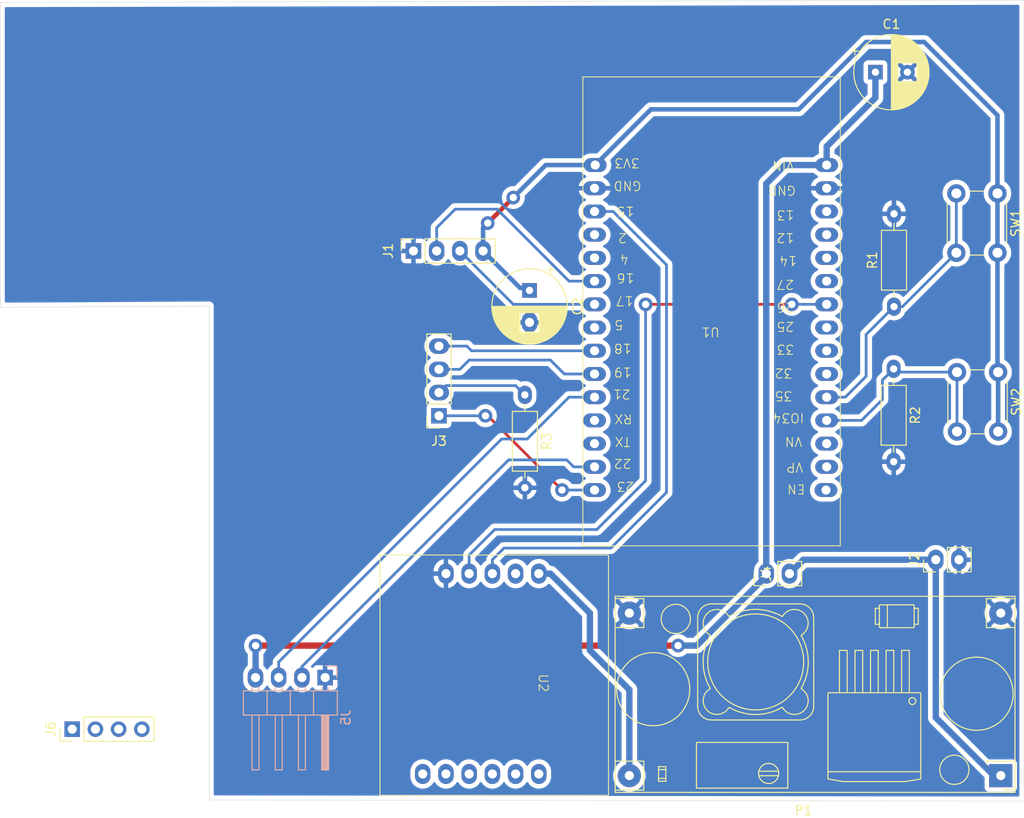
<source format=kicad_pcb>
(kicad_pcb (version 20240108) (generator "pcbnew") (generator_version "8.0")
  (layers (0 "F.Cu" signal) (31 "B.Cu" signal) (34 "B.Paste" user) (35 "F.Paste" user) (36 "B.SilkS" user "B.Silkscreen") (37 "F.SilkS" user "F.Silkscreen") (38 "B.Mask" user) (39 "F.Mask" user) (44 "Edge.Cuts" user))
  (net 0 "")
  (net 1 "GND")
  (net 2 "/POWER")
  (net 3 "+3V3")
  (net 4 "/TXGPS")
  (net 5 "/RXGPS")
  (net 6 "+7.5V")
  (net 7 "Net-(J3-Pin_2)")
  (net 8 "/BLUE")
  (net 9 "/RED")
  (net 10 "/GREEN")
  (net 11 "/DISP_SDA")
  (net 12 "/DISP_SCL")
  (net 13 "+4V")
  (net 14 "/PANIC")
  (net 15 "/TERMINATE")
  (net 17 "/RXGSM")
  (net 38 "/TXGSM")
  (footprint "Resistor_THT:R_Axial_DIN0207_L6.3mm_D2.5mm_P10.16mm_Horizontal" (layer "F.Cu") (at 172.72 109.22 90)
    (property "Reference" "R1")
    (property "Value" "10K")
  )
  (footprint "symbols_footprint:esp32 dev board" (layer "F.Cu") (at 152.654 111.506 180)
    (property "Reference" "U1")
    (property "Value" "ESP32-WROOM-32E-N8R2")
  )
  (footprint "Connector_PinHeader_2.54mm:PinHeader_1x02_P2.54mm_Vertical" (layer "F.Cu") (at 158.745 138.43 90)
    (property "Reference" "J4")
    (property "Value" "JUMPER")
  )
  (footprint "Connector_PinSocket_2.54mm:PinSocket_1x04_P2.54mm_Vertical" (layer "F.Cu") (at 122.936 121.158 180)
    (property "Reference" "J3")
    (property "Value" "RGB")
  )
  (footprint "Connector_PinHeader_2.54mm:PinHeader_1x02_P2.54mm_Vertical" (layer "F.Cu") (at 177.292 136.906 90)
    (property "Reference" "J2")
    (property "Value" "BATTERY")
  )
  (footprint "Button_Switch_THT:SW_PUSH_6mm" (layer "F.Cu") (at 184.042 96.826 -90)
    (property "Reference" "SW1")
    (property "Value" "SW_Push")
  )
  (footprint "Connector_PinHeader_2.54mm:PinHeader_1x04_P2.54mm_Vertical" (layer "F.Cu") (at 82.804 155.448 90)
    (property "Reference" "J6")
    (property "Value" "Conn_01x04_Pin")
  )
  (footprint "Resistor_THT:R_Axial_DIN0207_L6.3mm_D2.5mm_P10.16mm_Horizontal" (layer "F.Cu") (at 172.684 116.026 -90)
    (property "Reference" "R2")
    (property "Value" "10K")
  )
  (footprint "Capacitor_THT:CP_Radial_D8.0mm_P3.50mm" (layer "F.Cu") (at 170.688 83.566)
    (property "Reference" "C1")
    (property "Value" "C")
  )
  (footprint "Button_Switch_THT:SW_PUSH_6mm" (layer "F.Cu") (at 184.114 116.384 -90)
    (property "Reference" "SW2")
    (property "Value" "SW_Push")
  )
  (footprint "DCDC_BUCK:dcdc_buck_lm2596_module" (layer "F.Cu") (at 184.404 160.528 180)
    (property "Reference" "P1")
    (property "Value" "~")
  )
  (footprint "symbols_footprint:sim800l" (layer "F.Cu") (at 133.858 150.39 -90)
    (property "Reference" "U2")
    (property "Value" "~")
  )
  (footprint "Resistor_THT:R_Axial_DIN0207_L6.3mm_D2.5mm_P10.16mm_Horizontal" (layer "F.Cu") (at 132.334 118.872 -90)
    (property "Reference" "R3")
    (property "Value" "10K")
  )
  (footprint "Connector_PinSocket_2.54mm:PinSocket_1x04_P2.54mm_Vertical" (layer "F.Cu") (at 120.142 103.124 90)
    (property "Reference" "J1")
    (property "Value" "NEO 6M GSM MODULE")
  )
  (footprint "Capacitor_THT:CP_Radial_D8.0mm_P3.50mm" (layer "F.Cu") (at 132.842 107.442 -90)
    (property "Reference" "C2")
    (property "Value" "C")
  )
  (footprint "Connector_PinHeader_2.54mm:PinHeader_1x04_P2.54mm_Horizontal" (layer "B.Cu") (at 110.48 158.003 90)
    (property "Reference" "J5")
    (property "Value" "DISPLAY")
  )
  (gr_line (start 97.79 109.1565) (end 97.79 163.195) (stroke (width 0.05)) (layer "Edge.Cuts"))
  (gr_line (start 74.93 75.946) (end 74.93 109.2835) (stroke (width 0.05)) (layer "Edge.Cuts"))
  (gr_line (start 186.944 75.692) (end 74.93 75.946) (stroke (width 0.05)) (layer "Edge.Cuts"))
  (gr_line (start 97.79 163.195) (end 186.944 163.322) (stroke (width 0.05)) (layer "Edge.Cuts"))
  (gr_line (start 186.944 163.322) (end 186.944 75.692) (stroke (width 0.05)) (layer "Edge.Cuts"))
  (gr_line (start 74.93 109.2835) (end 97.79 109.1565) (stroke (width 0.05)) (layer "Edge.Cuts"))
  (segment (start 149.098 146.304) (end 102.87 146.304) (width 0.7) (layer "F.Cu") (net 2))
  (via (at 149.098 146.304) (size 1.5) (drill 0.8) (layers "F.Cu" "B.Cu") (net 2))
  (via (at 102.87 146.304) (size 1.5) (drill 0.8) (layers "F.Cu" "B.Cu") (net 2))
  (segment (start 102.87 146.304) (end 102.87 149.793) (width 0.7) (layer "B.Cu") (net 2))
  (segment (start 158.745 138.689) (end 158.745 138.43) (width 0.7) (layer "B.Cu") (net 2))
  (segment (start 158.745 138.43) (end 158.745 95.763) (width 0.7) (layer "B.Cu") (net 2))
  (segment (start 102.87 149.793) (end 102.86 149.803) (width 0.7) (layer "B.Cu") (net 2))
  (segment (start 158.745 95.763) (end 160.782 93.726) (width 0.7) (layer "B.Cu") (net 2))
  (segment (start 149.098 146.304) (end 151.13 146.304) (width 0.7) (layer "B.Cu") (net 2))
  (segment (start 160.782 93.726) (end 165.354 93.726) (width 0.7) (layer "B.Cu") (net 2))
  (segment (start 165.354 91.694) (end 170.688 86.36) (width 0.7) (layer "B.Cu") (net 2))
  (segment (start 170.688 86.36) (end 170.688 83.566) (width 0.7) (layer "B.Cu") (net 2))
  (segment (start 151.13 146.304) (end 158.745 138.689) (width 0.7) (layer "B.Cu") (net 2))
  (segment (start 165.354 93.726) (end 165.354 91.694) (width 0.7) (layer "B.Cu") (net 2))
  (segment (start 128.27 100.076) (end 131.064 97.282) (width 0.5) (layer "F.Cu") (net 3))
  (via (at 128.27 100.076) (size 1.5) (drill 0.8) (layers "F.Cu" "B.Cu") (net 3))
  (via (at 131.064 97.282) (size 1.5) (drill 0.8) (layers "F.Cu" "B.Cu") (net 3))
  (segment (start 169.672 80.264) (end 176.022 80.264) (width 0.5) (layer "B.Cu") (net 3))
  (segment (start 184.042 116.312) (end 184.114 116.384) (width 0.5) (layer "B.Cu") (net 3))
  (segment (start 184.042 88.284) (end 184.042 96.826) (width 0.5) (layer "B.Cu") (net 3))
  (segment (start 127.762 103.124) (end 131.800386 107.162386) (width 0.5) (layer "B.Cu") (net 3))
  (segment (start 184.042 103.326) (end 184.042 116.312) (width 0.5) (layer "B.Cu") (net 3))
  (segment (start 127.762 100.584) (end 128.27 100.076) (width 0.5) (layer "B.Cu") (net 3))
  (segment (start 127.762 103.124) (end 127.762 100.584) (width 0.5) (layer "B.Cu") (net 3))
  (segment (start 131.064 97.282) (end 134.62 93.726) (width 0.5) (layer "B.Cu") (net 3))
  (segment (start 134.62 93.726) (end 140.029 93.726) (width 0.5) (layer "B.Cu") (net 3))
  (segment (start 131.800386 107.162386) (end 132.67547 107.162386) (width 0.5) (layer "B.Cu") (net 3))
  (segment (start 140.029 93.726) (end 146.125 87.63) (width 0.5) (layer "B.Cu") (net 3))
  (segment (start 184.114 116.384) (end 184.114 122.884) (width 0.5) (layer "B.Cu") (net 3))
  (segment (start 146.125 87.63) (end 162.306 87.63) (width 0.5) (layer "B.Cu") (net 3))
  (segment (start 162.306 87.63) (end 169.672 80.264) (width 0.5) (layer "B.Cu") (net 3))
  (segment (start 184.042 96.826) (end 184.042 103.326) (width 0.5) (layer "B.Cu") (net 3))
  (segment (start 176.022 80.264) (end 184.042 88.284) (width 0.5) (layer "B.Cu") (net 3))
  (segment (start 137.16 106.426) (end 139.954 106.426) (width 0.3) (layer "B.Cu") (net 4))
  (segment (start 122.682 100.584) (end 124.714 98.552) (width 0.3) (layer "B.Cu") (net 4))
  (segment (start 122.682 103.124) (end 122.682 100.584) (width 0.3) (layer "B.Cu") (net 4))
  (segment (start 129.286 98.552) (end 137.16 106.426) (width 0.3) (layer "B.Cu") (net 4))
  (segment (start 124.714 98.552) (end 129.286 98.552) (width 0.3) (layer "B.Cu") (net 4))
  (segment (start 125.222 103.124) (end 131.064 108.966) (width 0.3) (layer "B.Cu") (net 5))
  (segment (start 131.064 108.966) (end 139.954 108.966) (width 0.3) (layer "B.Cu") (net 5))
  (segment (start 177.292 154.178) (end 183.642 160.528) (width 0.7) (layer "B.Cu") (net 6))
  (segment (start 177.292 136.906) (end 177.292 154.178) (width 0.7) (layer "B.Cu") (net 6))
  (segment (start 183.642 160.528) (end 184.404 160.528) (width 0.7) (layer "B.Cu") (net 6))
  (segment (start 177.292 136.906) (end 162.809 136.906) (width 0.7) (layer "B.Cu") (net 6))
  (segment (start 184.277 160.401) (end 183.642 160.401) (width 0.7) (layer "B.Cu") (net 6))
  (segment (start 184.404 160.528) (end 184.277 160.401) (width 0.7) (layer "B.Cu") (net 6))
  (segment (start 162.809 136.906) (end 161.285 138.43) (width 0.7) (layer "B.Cu") (net 6))
  (segment (start 123.698 117.856) (end 131.318 117.856) (width 0.3) (layer "B.Cu") (net 7))
  (segment (start 122.936 118.618) (end 123.698 117.856) (width 0.3) (layer "B.Cu") (net 7))
  (segment (start 131.318 117.856) (end 132.334 118.872) (width 0.3) (layer "B.Cu") (net 7))
  (segment (start 122.936 113.538) (end 125.984 113.538) (width 0.3) (layer "B.Cu") (net 8))
  (segment (start 125.984 113.538) (end 126.492 114.046) (width 0.3) (layer "B.Cu") (net 8))
  (segment (start 126.492 114.046) (end 139.954 114.046) (width 0.3) (layer "B.Cu") (net 8))
  (segment (start 128.016 121.158) (end 128.27 121.158) (width 0.3) (layer "F.Cu") (net 9))
  (segment (start 128.27 121.158) (end 136.398 129.286) (width 0.3) (layer "F.Cu") (net 9))
  (via (at 136.398 129.286) (size 1.5) (drill 0.8) (layers "F.Cu" "B.Cu") (net 9))
  (via (at 128.016 121.158) (size 1.5) (drill 0.8) (layers "F.Cu" "B.Cu") (net 9))
  (segment (start 136.398 129.286) (end 139.954 129.286) (width 0.3) (layer "B.Cu") (net 9))
  (segment (start 122.936 121.158) (end 128.016 121.158) (width 0.3) (layer "B.Cu") (net 9))
  (segment (start 126.238 115.062) (end 135.128 115.062) (width 0.3) (layer "B.Cu") (net 10))
  (segment (start 136.652 116.586) (end 139.954 116.586) (width 0.3) (layer "B.Cu") (net 10))
  (segment (start 135.128 115.062) (end 136.652 116.586) (width 0.3) (layer "B.Cu") (net 10))
  (segment (start 122.936 116.078) (end 125.222 116.078) (width 0.3) (layer "B.Cu") (net 10))
  (segment (start 125.222 116.078) (end 126.238 115.062) (width 0.3) (layer "B.Cu") (net 10))
  (segment (start 136.906 125.984) (end 137.668 126.746) (width 0.3) (layer "B.Cu") (net 11))
  (segment (start 107.94 149.803) (end 107.94 148.6) (width 0.3) (layer "B.Cu") (net 11))
  (segment (start 107.94 148.6) (end 130.556 125.984) (width 0.3) (layer "B.Cu") (net 11))
  (segment (start 137.668 126.746) (end 139.954 126.746) (width 0.3) (layer "B.Cu") (net 11))
  (segment (start 130.556 125.984) (end 136.906 125.984) (width 0.3) (layer "B.Cu") (net 11))
  (segment (start 129.794 123.698) (end 132.588 123.698) (width 0.3) (layer "B.Cu") (net 12))
  (segment (start 105.4 148.092) (end 129.794 123.698) (width 0.3) (layer "B.Cu") (net 12))
  (segment (start 105.4 149.803) (end 105.4 148.092) (width 0.3) (layer "B.Cu") (net 12))
  (segment (start 132.588 123.698) (end 137.16 119.126) (width 0.3) (layer "B.Cu") (net 12))
  (segment (start 137.16 119.126) (end 139.954 119.126) (width 0.3) (layer "B.Cu") (net 12))
  (segment (start 143.764 151.13) (end 139.446 146.812) (width 0.7) (layer "B.Cu") (net 13))
  (segment (start 135.128 138.43) (end 133.858 138.43) (width 0.7) (layer "B.Cu") (net 13))
  (segment (start 139.446 146.812) (end 139.446 142.748) (width 0.7) (layer "B.Cu") (net 13))
  (segment (start 143.764 160.528) (end 143.764 151.13) (width 0.7) (layer "B.Cu") (net 13))
  (segment (start 139.446 142.748) (end 135.128 138.43) (width 0.7) (layer "B.Cu") (net 13))
  (segment (start 172.72 109.22) (end 169.672 112.268) (width 0.3) (layer "B.Cu") (net 14))
  (segment (start 179.542 103.326) (end 173.648 109.22) (width 0.3) (layer "B.Cu") (net 14))
  (segment (start 173.648 109.22) (end 172.72 109.22) (width 0.3) (layer "B.Cu") (net 14))
  (segment (start 179.542 96.826) (end 179.542 103.326) (width 0.3) (layer "B.Cu") (net 14))
  (segment (start 169.672 116.84) (end 167.386 119.126) (width 0.3) (layer "B.Cu") (net 14))
  (segment (start 167.386 119.126) (end 165.354 119.126) (width 0.3) (layer "B.Cu") (net 14))
  (segment (start 169.672 112.268) (end 169.672 116.84) (width 0.3) (layer "B.Cu") (net 14))
  (segment (start 173.042 116.384) (end 172.684 116.026) (width 0.3) (layer "B.Cu") (net 15))
  (segment (start 169.164 121.666) (end 165.354 121.666) (width 0.3) (layer "B.Cu") (net 15))
  (segment (start 179.614 122.884) (end 179.614 116.384) (width 0.3) (layer "B.Cu") (net 15))
  (segment (start 172.684 116.026) (end 171.45 117.26) (width 0.3) (layer "B.Cu") (net 15))
  (segment (start 171.45 117.26) (end 171.45 119.38) (width 0.3) (layer "B.Cu") (net 15))
  (segment (start 171.45 119.38) (end 169.164 121.666) (width 0.3) (layer "B.Cu") (net 15))
  (segment (start 179.614 116.384) (end 173.042 116.384) (width 0.3) (layer "B.Cu") (net 15))
  (segment (start 141.732 135.636) (end 147.828 129.54) (width 0.3) (layer "B.Cu") (net 17))
  (segment (start 147.828 104.648) (end 141.986 98.806) (width 0.3) (layer "B.Cu") (net 17))
  (segment (start 130.048 135.636) (end 141.732 135.636) (width 0.3) (layer "B.Cu") (net 17))
  (segment (start 141.986 98.806) (end 139.954 98.806) (width 0.3) (layer "B.Cu") (net 17))
  (segment (start 147.828 129.54) (end 147.828 104.648) (width 0.3) (layer "B.Cu") (net 17))
  (segment (start 128.778 136.906) (end 130.048 135.636) (width 0.3) (layer "B.Cu") (net 17))
  (segment (start 128.778 138.43) (end 128.778 136.906) (width 0.3) (layer "B.Cu") (net 17))
  (segment (start 145.542 108.966) (end 161.544 108.966) (width 0.3) (layer "F.Cu") (net 38))
  (via (at 161.544 108.966) (size 1.5) (drill 0.8) (layers "F.Cu" "B.Cu") (net 38))
  (via (at 145.542 108.966) (size 1.5) (drill 0.8) (layers "F.Cu" "B.Cu") (net 38))
  (segment (start 140.208 133.604) (end 145.542 128.27) (width 0.3) (layer "B.Cu") (net 38))
  (segment (start 145.542 128.27) (end 145.542 108.966) (width 0.3) (layer "B.Cu") (net 38))
  (segment (start 161.544 108.966) (end 165.354 108.966) (width 0.3) (layer "B.Cu") (net 38))
  (segment (start 126.238 138.43) (end 126.238 136.398) (width 0.3) (layer "B.Cu") (net 38))
  (segment (start 126.238 136.398) (end 129.032 133.604) (width 0.3) (layer "B.Cu") (net 38))
  (segment (start 129.032 133.604) (end 140.208 133.604) (width 0.3) (layer "B.Cu") (net 38))
  (zone (net 1) (net_name "GND") (layer "B.Cu") (connect_pads (clearance 0.5)) (min_thickness 0.25) (fill yes (thermal_gap 0.5) (thermal_bridge_width 0.5))
    (polygon (pts (xy 74.93 75.946) (xy 186.944 75.692) (xy 186.944 163.322) (xy 97.79 163.322) (xy 97.79 108.966) (xy 74.93 109.22)))
  )
)
</source>
